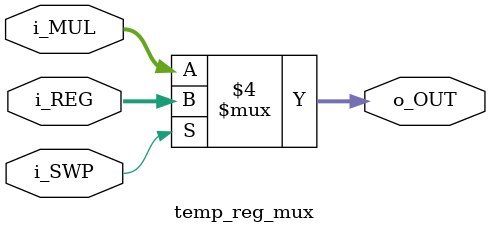
<source format=v>
`timescale 1ns / 1ps


module temp_reg_mux(
    input [15:0] i_MUL,
    input [15:0] i_REG,
    input i_SWP,
    output reg [15:0] o_OUT
    );
    
    
    always@(*)
    begin
        if(i_SWP == 0)
            o_OUT <= i_MUL;
        else
            o_OUT <= i_REG;  
    end
endmodule

</source>
